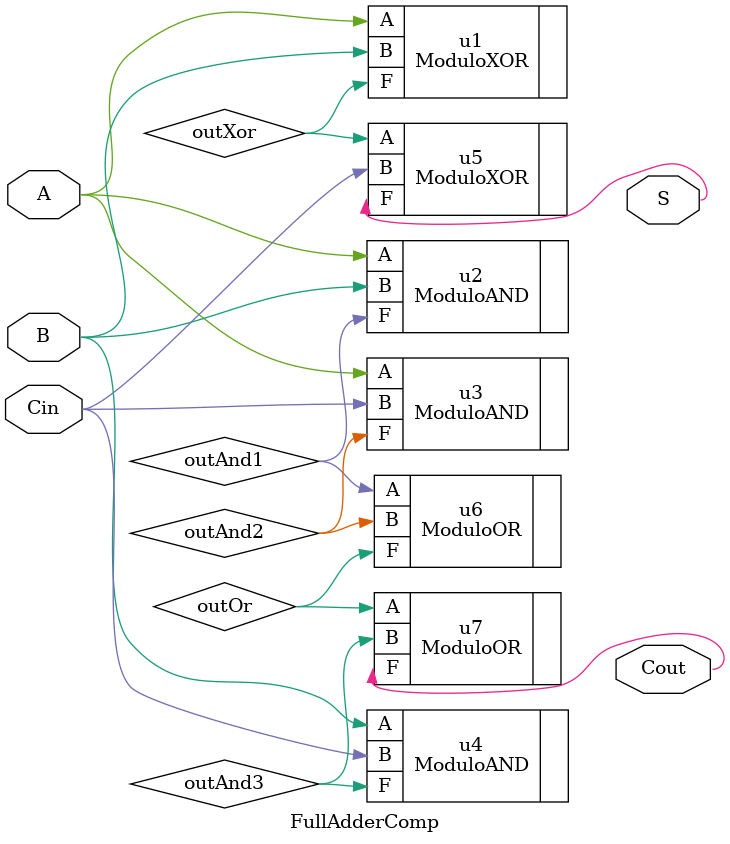
<source format=v>
`timescale 1ns / 1ps


module FullAdderComp(
    input A,
    input B,
    input Cin,
    output Cout,
    output S
    );
    
    wire outXor;
    wire outAnd1;
    wire outAnd2;
    wire outAnd3;
    wire outOr;
    ModuloXOR u1 (.A(A), .B(B), .F(outXor));//xor de entrada
    
    ModuloAND u2 (.A(A), .B(B), .F(outAnd1));//1er and  de entrada
    ModuloAND u3 (.A(A), .B(Cin), .F(outAnd2));//2do and de entrada
    ModuloAND u4 (.A(B), .B(Cin), .F(outAnd3));//3ro and de entrada
    
    ModuloXOR u5 (.A(outXor), .B(Cin), .F(S)); //xor de salida S
    
    ModuloOR u6 (.A(outAnd1), .B(outAnd2), .F(outOr)); 
    ModuloOR u7 (.A(outOr), .B(outAnd3), .F(Cout));//or de salida Cout
endmodule

</source>
